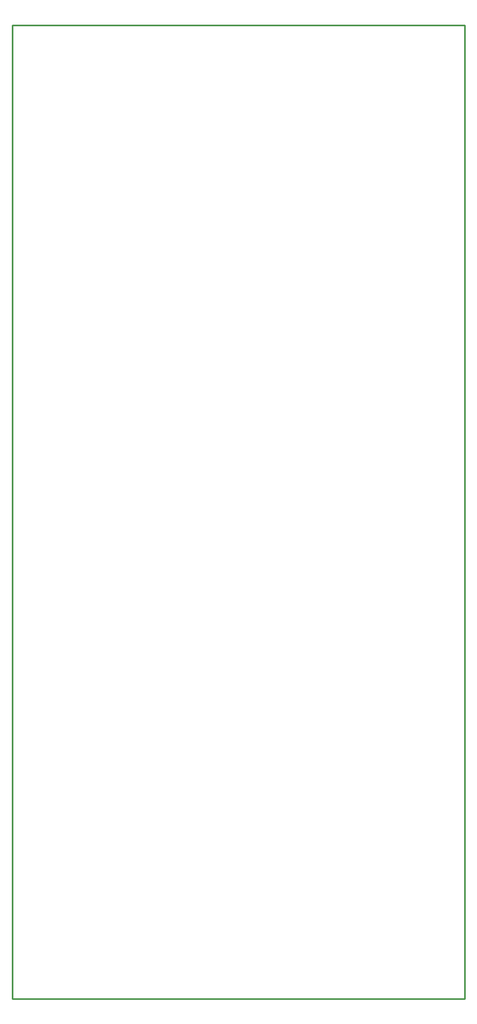
<source format=gm1>
%FSLAX44Y44*%
%MOMM*%
G71*
G01*
G75*
G04 Layer_Color=16711935*
%ADD10R,1.2000X0.8000*%
%ADD11C,1.0000*%
%ADD12R,2.0000X3.5000*%
%ADD13R,3.0000X4.0000*%
%ADD14R,4.0000X2.8000*%
%ADD15R,2.8000X4.0000*%
%ADD16R,4.0000X3.0000*%
%ADD17R,0.6000X0.5000*%
%ADD18R,1.6000X1.4000*%
%ADD19R,0.9500X0.9000*%
%ADD20R,2.0000X2.0000*%
%ADD21R,2.0000X3.2000*%
%ADD22R,3.5000X2.0000*%
%ADD23R,0.5000X0.6000*%
%ADD24C,2.0000*%
%ADD25R,1.0000X1.8000*%
%ADD26R,3.0000X0.8000*%
%ADD27R,3.2000X2.0000*%
%ADD28R,2.8000X1.5000*%
%ADD29R,7.7000X1.6000*%
%ADD30R,1.7000X1.6000*%
%ADD31R,1.6000X6.3000*%
%ADD32R,1.8000X0.2900*%
%ADD33R,8.7000X8.7000*%
%ADD34R,1.6000X1.7000*%
%ADD35R,5.1500X3.1500*%
%ADD36R,0.7000X0.2900*%
%ADD37R,0.2900X0.7000*%
%ADD38R,0.8000X1.2000*%
%ADD39R,1.1000X1.2000*%
%ADD40R,0.9000X0.9500*%
%ADD41R,4.5000X4.0000*%
%ADD42R,3.2000X3.0000*%
%ADD43R,4.5000X4.2000*%
%ADD44R,0.5500X1.7000*%
%ADD45R,1.7000X0.5500*%
%ADD46R,4.2000X4.5000*%
%ADD47C,0.2540*%
%ADD48C,4.5720*%
%ADD49C,5.0000*%
%ADD50C,0.2286*%
%ADD51C,0.7620*%
%ADD52C,1.0160*%
%ADD53C,0.2032*%
%ADD54C,0.6350*%
%ADD55R,1.6000X6.7000*%
%ADD56R,12.5000X1.4000*%
%ADD57R,1.7500X7.2000*%
%ADD58R,1.6000X5.6000*%
%ADD59R,12.6000X1.3500*%
%ADD60R,1.8000X7.0750*%
%ADD61R,6.2500X6.2500*%
%ADD62C,0.8100*%
%ADD63C,1.5240*%
%ADD64C,1.8500*%
%ADD65C,8.0000*%
%ADD66C,0.8000*%
%ADD67C,1.2700*%
%ADD68C,0.7112*%
%ADD69C,1.2700*%
%ADD70C,0.0500*%
%ADD71C,0.2000*%
%ADD72C,0.1270*%
%ADD73R,1.4032X1.0032*%
%ADD74C,2.0000*%
%ADD75R,2.2032X3.7032*%
%ADD76R,3.2032X4.2032*%
%ADD77R,4.2032X3.0032*%
%ADD78R,3.0032X4.2032*%
%ADD79R,4.2032X3.2032*%
%ADD80R,0.8032X0.7032*%
%ADD81R,1.8032X1.6032*%
%ADD82R,1.1532X1.1032*%
%ADD83R,2.2032X2.2032*%
%ADD84R,2.2032X3.4032*%
%ADD85R,3.7032X2.2032*%
%ADD86R,0.7032X0.8032*%
%ADD87C,2.2032*%
%ADD88R,1.2032X2.0032*%
%ADD89R,3.2032X1.0032*%
%ADD90R,3.4032X2.2032*%
%ADD91R,3.0032X1.7032*%
%ADD92R,7.7200X1.6200*%
%ADD93R,1.7200X1.6200*%
%ADD94R,1.6200X6.3200*%
%ADD95R,1.8200X0.3100*%
%ADD96R,8.7200X8.7200*%
%ADD97R,1.6200X1.7200*%
%ADD98R,5.1900X3.1900*%
%ADD99R,0.7400X0.3300*%
%ADD100R,0.3300X0.7400*%
%ADD101R,1.0032X1.4032*%
%ADD102R,1.3032X1.4032*%
%ADD103R,1.1032X1.1532*%
%ADD104R,4.7032X4.2032*%
%ADD105R,3.4032X3.2032*%
%ADD106R,4.7032X4.4032*%
%ADD107R,0.7532X1.9032*%
%ADD108R,1.9032X0.7532*%
%ADD109R,4.4032X4.7032*%
%ADD110C,0.8300*%
%ADD111C,1.2032*%
%ADD112C,1.7272*%
%ADD113C,2.0532*%
%ADD114C,8.2032*%
%ADD115C,1.0032*%
%ADD116C,1.4732*%
D47*
X577000Y185000D02*
Y455000D01*
X-137500Y0D02*
X577500D01*
Y1537500D01*
X-137500D02*
X577500D01*
X-137500Y0D02*
Y1537500D01*
D70*
X-137400Y180300D02*
Y459700D01*
M02*

</source>
